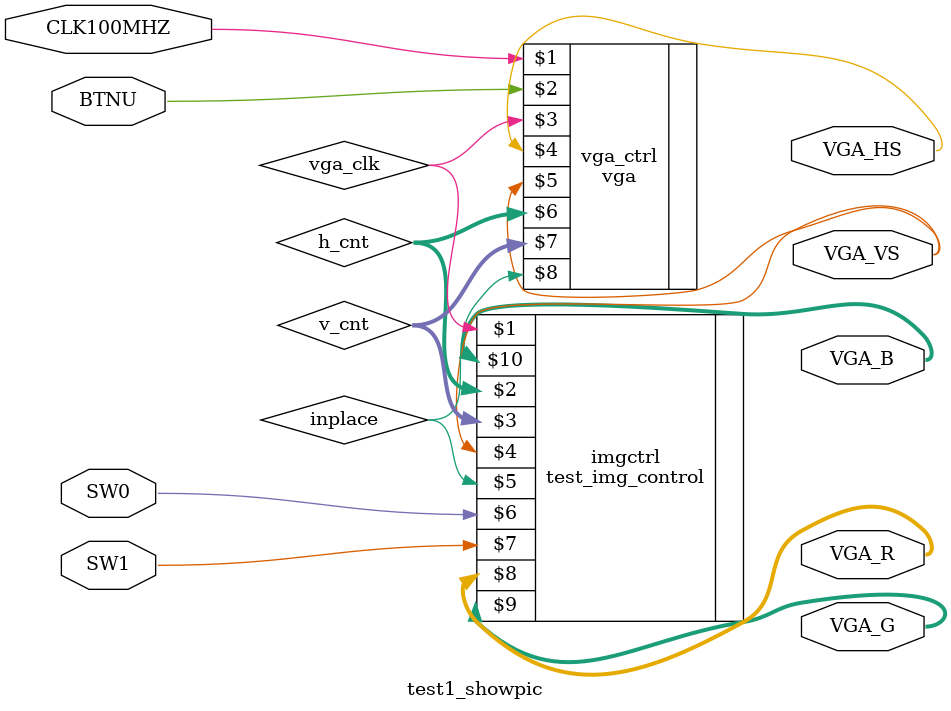
<source format=v>
`timescale 1ns / 1ps


module test1_showpic(
    input CLK100MHZ,
    input SW0,      //display_ena
    input SW1,      //movement_ena
    input BTNU,     //reset
    output [3:0] VGA_R,
    output [3:0] VGA_G,
    output [3:0] VGA_B,
    output VGA_HS,
    output VGA_VS
    );
    wire [10:0] h_cnt;
    wire [9:0] v_cnt;
    wire inplace;
    wire vga_clk;
    
    vga vga_ctrl(
        CLK100MHZ,
        BTNU,
        vga_clk,
        VGA_HS,
        VGA_VS,
        h_cnt,
        v_cnt,
        inplace
    );
    
    test_img_control imgctrl(
        vga_clk,
        h_cnt,
        v_cnt,
        VGA_VS,
        inplace,
        SW0,
        SW1,
        VGA_R,
        VGA_G,
        VGA_B
    );
endmodule

</source>
